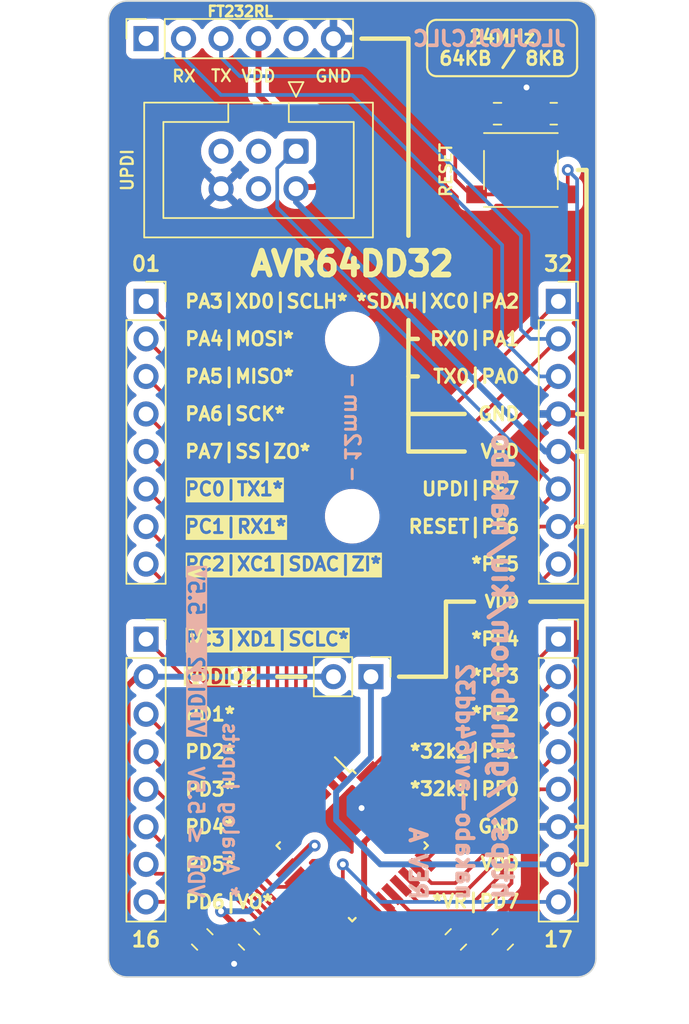
<source format=kicad_pcb>
(kicad_pcb (version 20221018) (generator pcbnew)
  (layers (0 "F.Cu" signal) (31 "B.Cu" signal) (34 "B.Paste" user) (35 "F.Paste" user) (36 "B.SilkS" user "B.Silkscreen") (37 "F.SilkS" user "F.Silkscreen") (38 "B.Mask" user) (39 "F.Mask" user) (44 "Edge.Cuts" user))
  (net 0 "")
  (net 1 "VCC")
  (net 2 "GND")
  (net 3 "PF6_RESET")
  (net 4 "PA3")
  (net 5 "PA4")
  (net 6 "PA5")
  (net 7 "PA6")
  (net 8 "PA7")
  (net 9 "PC0")
  (net 10 "PC1")
  (net 11 "PC2")
  (net 12 "PC3")
  (net 13 "VDDIO2")
  (net 14 "PD1")
  (net 15 "PD2")
  (net 16 "PD3")
  (net 17 "PD4")
  (net 18 "PD5")
  (net 19 "PD6")
  (net 20 "PD7")
  (net 21 "PF0")
  (net 22 "PF1")
  (net 23 "PF2")
  (net 24 "PF3")
  (net 25 "PF4")
  (net 26 "PF5")
  (net 27 "PA0")
  (net 28 "PA1")
  (net 29 "PA2")
  (net 30 "PF7_UPDI")
  (net 32 "Net-(R1-Pad2)")
  (footprint "Connector_PinSocket_2.54mm:PinSocket_1x08_P2.54mm_Vertical" (layer "F.Cu") (at 134.62 96.52)
    (fp_text reference "J1" hide)
    (fp_text value "Conn_01x08")
    (fp_line (start -1.33 1.27) (end -1.33 19.11) (stroke (width 0.12)) (layer "F.SilkS"))
    (fp_line (start -1.33 1.27) (end 1.33 1.27) (stroke (width 0.12)) (layer "F.SilkS"))
    (fp_line (start -1.33 19.11) (end 1.33 19.11) (stroke (width 0.12)) (layer "F.SilkS"))
    (fp_line (start 0 -1.33) (end 1.33 -1.33) (stroke (width 0.12)) (layer "F.SilkS"))
    (fp_line (start 1.33 -1.33) (end 1.33 0) (stroke (width 0.12)) (layer "F.SilkS"))
    (fp_line (start 1.33 1.27) (end 1.33 19.11) (stroke (width 0.12)) (layer "F.SilkS"))
    (pad "1" thru_hole rect (at 0 0) (size 1.7 1.7) (drill 1) (layers "*.Cu" "*.Mask") (net 4 "PA3"))
    (pad "2" thru_hole oval (at 0 2.54) (size 1.7 1.7) (drill 1) (layers "*.Cu" "*.Mask") (net 5 "PA4"))
    (pad "3" thru_hole oval (at 0 5.08) (size 1.7 1.7) (drill 1) (layers "*.Cu" "*.Mask") (net 6 "PA5"))
    (pad "4" thru_hole oval (at 0 7.62) (size 1.7 1.7) (drill 1) (layers "*.Cu" "*.Mask") (net 7 "PA6"))
    (pad "5" thru_hole oval (at 0 10.16) (size 1.7 1.7) (drill 1) (layers "*.Cu" "*.Mask") (net 8 "PA7"))
    (pad "6" thru_hole oval (at 0 12.7) (size 1.7 1.7) (drill 1) (layers "*.Cu" "*.Mask") (net 9 "PC0"))
    (pad "7" thru_hole oval (at 0 15.24) (size 1.7 1.7) (drill 1) (layers "*.Cu" "*.Mask") (net 10 "PC1"))
    (pad "8" thru_hole oval (at 0 17.78) (size 1.7 1.7) (drill 1) (layers "*.Cu" "*.Mask") (net 11 "PC2"))
  )
  (footprint "Connector_IDC:IDC-Header_2x03_P2.54mm_Vertical" (layer "F.Cu") (at 144.785 86.36 -90)
    (fp_text reference "J5" hide)
    (fp_text value "AVR-UPDI-6")
    (fp_line (start -4.68 -0.5) (end -4.68 0.5) (stroke (width 0.12)) (layer "F.SilkS"))
    (fp_line (start -4.68 0.5) (end -3.68 0) (stroke (width 0.12)) (layer "F.SilkS"))
    (fp_line (start -3.68 0) (end -4.68 -0.5) (stroke (width 0.12)) (layer "F.SilkS"))
    (fp_line (start -3.29 -5.21) (end 5.83 -5.21) (stroke (width 0.12)) (layer "F.SilkS"))
    (fp_line (start -3.29 0.49) (end -1.98 0.49) (stroke (width 0.12)) (layer "F.SilkS"))
    (fp_line (start -3.29 10.29) (end -3.29 -5.21) (stroke (width 0.12)) (layer "F.SilkS"))
    (fp_line (start -1.98 -3.91) (end 4.52 -3.91) (stroke (width 0.12)) (layer "F.SilkS"))
    (fp_line (start -1.98 0.49) (end -1.98 -3.91) (stroke (width 0.12)) (layer "F.SilkS"))
    (fp_line (start -1.98 4.59) (end -3.29 4.59) (stroke (width 0.12)) (layer "F.SilkS"))
    (fp_line (start -1.98 4.59) (end -1.98 4.59) (stroke (width 0.12)) (layer "F.SilkS"))
    (fp_line (start -1.98 8.99) (end -1.98 4.59) (stroke (width 0.12)) (layer "F.SilkS"))
    (fp_line (start 4.52 -3.91) (end 4.52 8.99) (stroke (width 0.12)) (layer "F.SilkS"))
    (fp_line (start 4.52 8.99) (end -1.98 8.99) (stroke (width 0.12)) (layer "F.SilkS"))
    (fp_line (start 5.83 -5.21) (end 5.83 10.29) (stroke (width 0.12)) (layer "F.SilkS"))
    (fp_line (start 5.83 10.29) (end -3.29 10.29) (stroke (width 0.12)) (layer "F.SilkS"))
    (pad "1" thru_hole roundrect (at 0 0 270) (size 1.7 1.7) (drill 1) (layers "*.Cu" "*.Mask") (roundrect_rratio 0.1470588235) (net 30 "PF7_UPDI"))
    (pad "2" thru_hole circle (at 2.54 0 270) (size 1.7 1.7) (drill 1) (layers "*.Cu" "*.Mask") (net 1 "VCC"))
    (pad "3" thru_hole circle (at 0 2.54 270) (size 1.7 1.7) (drill 1) (layers "*.Cu" "*.Mask"))
    (pad "4" thru_hole circle (at 2.54 2.54 270) (size 1.7 1.7) (drill 1) (layers "*.Cu" "*.Mask"))
    (pad "5" thru_hole circle (at 0 5.08 270) (size 1.7 1.7) (drill 1) (layers "*.Cu" "*.Mask"))
    (pad "6" thru_hole circle (at 2.54 5.08 270) (size 1.7 1.7) (drill 1) (layers "*.Cu" "*.Mask") (net 2 "GND"))
  )
  (footprint "Capacitor_SMD:C_0805_2012Metric" (layer "F.Cu") (at 158.786751 139.7 45)
    (fp_text reference "C2" hide)
    (fp_text value "100nF")
    (fp_line (start -0.261252 -0.735) (end 0.261252 -0.735) (stroke (width 0.12)) (layer "F.SilkS"))
    (fp_line (start -0.261252 0.735) (end 0.261252 0.735) (stroke (width 0.12)) (layer "F.SilkS"))
    (pad "1" smd roundrect (at -0.95 0 45) (size 1 1.45) (layers "F.Cu" "F.Paste" "F.Mask") (net 1 "VCC"))
    (pad "2" smd roundrect (at 0.95 0 45) (size 1 1.45) (layers "F.Cu" "F.Paste" "F.Mask") (net 2 "GND"))
  )
  (footprint "Capacitor_SMD:C_0805_2012Metric" (layer "F.Cu") (at 158.435 83.82)
    (fp_text reference "C5" hide)
    (fp_text value "100nF")
    (fp_line (start -0.261252 -0.735) (end 0.261252 -0.735) (stroke (width 0.12)) (layer "F.SilkS"))
    (fp_line (start -0.261252 0.735) (end 0.261252 0.735) (stroke (width 0.12)) (layer "F.SilkS"))
    (pad "1" smd roundrect (at -0.95 0) (size 1 1.45) (layers "F.Cu" "F.Paste" "F.Mask") (net 3 "PF6_RESET"))
    (pad "2" smd roundrect (at 0.95 0) (size 1 1.45) (layers "F.Cu" "F.Paste" "F.Mask") (net 2 "GND"))
  )
  (footprint "MountingHole:MountingHole_3.2mm_M3_DIN965" (layer "F.Cu") (at 148.59 99.06)
    (fp_text reference "H1" hide)
    (fp_text value "MountingHole")
    (pad "" np_thru_hole circle (at 0 0) (size 3.2 3.2) (drill 3.2) (layers "*.Cu" "*.Mask"))
  )
  (footprint "Connector_PinSocket_2.54mm:PinSocket_1x08_P2.54mm_Vertical" (layer "F.Cu") (at 162.56 119.38)
    (fp_text reference "J4" hide)
    (fp_text value "Conn_01x08")
    (fp_line (start -1.33 1.27) (end -1.33 19.11) (stroke (width 0.12)) (layer "F.SilkS"))
    (fp_line (start -1.33 1.27) (end 1.33 1.27) (stroke (width 0.12)) (layer "F.SilkS"))
    (fp_line (start -1.33 19.11) (end 1.33 19.11) (stroke (width 0.12)) (layer "F.SilkS"))
    (fp_line (start 0 -1.33) (end 1.33 -1.33) (stroke (width 0.12)) (layer "F.SilkS"))
    (fp_line (start 1.33 -1.33) (end 1.33 0) (stroke (width 0.12)) (layer "F.SilkS"))
    (fp_line (start 1.33 1.27) (end 1.33 19.11) (stroke (width 0.12)) (layer "F.SilkS"))
    (pad "1" thru_hole rect (at 0 0) (size 1.7 1.7) (drill 1) (layers "*.Cu" "*.Mask") (net 25 "PF4"))
    (pad "2" thru_hole oval (at 0 2.54) (size 1.7 1.7) (drill 1) (layers "*.Cu" "*.Mask") (net 24 "PF3"))
    (pad "3" thru_hole oval (at 0 5.08) (size 1.7 1.7) (drill 1) (layers "*.Cu" "*.Mask") (net 23 "PF2"))
    (pad "4" thru_hole oval (at 0 7.62) (size 1.7 1.7) (drill 1) (layers "*.Cu" "*.Mask") (net 22 "PF1"))
    (pad "5" thru_hole oval (at 0 10.16) (size 1.7 1.7) (drill 1) (layers "*.Cu" "*.Mask") (net 21 "PF0"))
    (pad "6" thru_hole oval (at 0 12.7) (size 1.7 1.7) (drill 1) (layers "*.Cu" "*.Mask") (net 2 "GND"))
    (pad "7" thru_hole oval (at 0 15.24) (size 1.7 1.7) (drill 1) (layers "*.Cu" "*.Mask") (net 1 "VCC"))
    (pad "8" thru_hole oval (at 0 17.78) (size 1.7 1.7) (drill 1) (layers "*.Cu" "*.Mask") (net 20 "PD7"))
  )
  (footprint "Capacitor_SMD:C_0805_2012Metric" (layer "F.Cu") (at 138.43 139.7 -45)
    (fp_text reference "C4" hide)
    (fp_text value "100nF")
    (fp_line (start -0.261252 -0.735) (end 0.261252 -0.735) (stroke (width 0.12)) (layer "F.SilkS"))
    (fp_line (start -0.261252 0.735) (end 0.261252 0.735) (stroke (width 0.12)) (layer "F.SilkS"))
    (pad "1" smd roundrect (at -0.95 0 315) (size 1 1.45) (layers "F.Cu" "F.Paste" "F.Mask") (net 13 "VDDIO2"))
    (pad "2" smd roundrect (at 0.95 0 315) (size 1 1.45) (layers "F.Cu" "F.Paste" "F.Mask") (net 2 "GND"))
  )
  (footprint "Capacitor_SMD:C_0805_2012Metric" (layer "F.Cu") (at 141.605 139.7 -45)
    (fp_text reference "C3" hide)
    (fp_text value "10nF")
    (fp_line (start -0.261252 -0.735) (end 0.261252 -0.735) (stroke (width 0.12)) (layer "F.SilkS"))
    (fp_line (start -0.261252 0.735) (end 0.261252 0.735) (stroke (width 0.12)) (layer "F.SilkS"))
    (pad "1" smd roundrect (at -0.95 0 315) (size 1 1.45) (layers "F.Cu" "F.Paste" "F.Mask") (net 13 "VDDIO2"))
    (pad "2" smd roundrect (at 0.95 0 315) (size 1 1.45) (layers "F.Cu" "F.Paste" "F.Mask") (net 2 "GND"))
  )
  (footprint "Package_QFP:TQFP-32_7x7mm_P0.8mm" (layer "F.Cu") (at 148.59 133.35 -45)
    (fp_text reference "U1" hide)
    (fp_text value "AVR64DD32")
    (fp_line (start -3.625 -3.625) (end -3.625 -3.4) (stroke (width 0.15)) (layer "F.SilkS"))
    (fp_line (start -3.625 -3.625) (end -3.3 -3.625) (stroke (width 0.15)) (layer "F.SilkS"))
    (fp_line (start -3.625 -3.4) (end -5.05 -3.4) (stroke (width 0.15)) (layer "F.SilkS"))
    (fp_line (start -3.625 3.625) (end -3.625 3.3) (stroke (width 0.15)) (layer "F.SilkS"))
    (fp_line (start -3.625 3.625) (end -3.3 3.625) (stroke (width 0.15)) (layer "F.SilkS"))
    (fp_line (start 3.625 -3.625) (end 3.3 -3.625) (stroke (width 0.15)) (layer "F.SilkS"))
    (fp_line (start 3.625 -3.625) (end 3.625 -3.3) (stroke (width 0.15)) (layer "F.SilkS"))
    (fp_line (start 3.625 3.625) (end 3.3 3.625) (stroke (width 0.15)) (layer "F.SilkS"))
    (fp_line (start 3.625 3.625) (end 3.625 3.3) (stroke (width 0.15)) (layer "F.SilkS"))
    (pad "1" smd rect (at -4.25 -2.8 315) (size 1.6 0.55) (layers "F.Cu" "F.Paste" "F.Mask") (net 4 "PA3"))
    (pad "2" smd rect (at -4.25 -2 315) (size 1.6 0.55) (layers "F.Cu" "F.Paste" "F.Mask") (net 5 "PA4"))
    (pad "3" smd rect (at -4.25 -1.2 315) (size 1.6 0.55) (layers "F.Cu" "F.Paste" "F.Mask") (net 6 "PA5"))
    (pad "4" smd rect (at -4.25 -0.4 315) (size 1.6 0.55) (layers "F.Cu" "F.Paste" "F.Mask") (net 7 "PA6"))
    (pad "5" smd rect (at -4.25 0.4 315) (size 1.6 0.55) (layers "F.Cu" "F.Paste" "F.Mask") (net 8 "PA7"))
    (pad "6" smd rect (at -4.25 1.2 315) (size 1.6 0.55) (layers "F.Cu" "F.Paste" "F.Mask") (net 9 "PC0"))
    (pad "7" smd rect (at -4.25 2 315) (size 1.6 0.55) (layers "F.Cu" "F.Paste" "F.Mask") (net 10 "PC1"))
    (pad "8" smd rect (at -4.25 2.8 315) (size 1.6 0.55) (layers "F.Cu" "F.Paste" "F.Mask") (net 11 "PC2"))
    (pad "9" smd rect (at -2.8 4.25 45) (size 1.6 0.55) (layers "F.Cu" "F.Paste" "F.Mask") (net 12 "PC3"))
    (pad "10" smd rect (at -2 4.25 45) (size 1.6 0.55) (layers "F.Cu" "F.Paste" "F.Mask") (net 13 "VDDIO2"))
    (pad "11" smd rect (at -1.2 4.25 45) (size 1.6 0.55) (layers "F.Cu" "F.Paste" "F.Mask") (net 14 "PD1"))
    (pad "12" smd rect (at -0.4 4.25 45) (size 1.6 0.55) (layers "F.Cu" "F.Paste" "F.Mask") (net 15 "PD2"))
    (pad "13" smd rect (at 0.4 4.25 45) (size 1.6 0.55) (layers "F.Cu" "F.Paste" "F.Mask") (net 16 "PD3"))
    (pad "14" smd rect (at 1.2 4.25 45) (size 1.6 0.55) (layers "F.Cu" "F.Paste" "F.Mask") (net 17 "PD4"))
    (pad "15" smd rect (at 2 4.25 45) (size 1.6 0.55) (layers "F.Cu" "F.Paste" "F.Mask") (net 18 "PD5"))
    (pad "16" smd rect (at 2.8 4.25 45) (size 1.6 0.55) (layers "F.Cu" "F.Paste" "F.Mask") (net 19 "PD6"))
    (pad "17" smd rect (at 4.25 2.8 315) (size 1.6 0.55) (layers "F.Cu" "F.Paste" "F.Mask") (net 20 "PD7"))
    (pad "18" smd rect (at 4.25 2 315) (size 1.6 0.55) (layers "F.Cu" "F.Paste" "F.Mask") (net 1 "VCC"))
    (pad "19" smd rect (at 4.25 1.2 315) (size 1.6 0.55) (layers "F.Cu" "F.Paste" "F.Mask") (net 2 "GND"))
    (pad "20" smd rect (at 4.25 0.4 315) (size 1.6 0.55) (layers "F.Cu" "F.Paste" "F.Mask") (net 21 "PF0"))
    (pad "21" smd rect (at 4.25 -0.4 315) (size 1.6 0.55) (layers "F.Cu" "F.Paste" "F.Mask") (net 22 "PF1"))
    (pad "22" smd rect (at 4.25 -1.2 315) (size 1.6 0.55) (layers "F.Cu" "F.Paste" "F.Mask") (net 23 "PF2"))
    (pad "23" smd rect (at 4.25 -2 315) (size 1.6 0.55) (layers "F.Cu" "F.Paste" "F.Mask") (net 24 "PF3"))
    (pad "24" smd rect (at 4.25 -2.8 315) (size 1.6 0.55) (layers "F.Cu" "F.Paste" "F.Mask") (net 25 "PF4"))
    (pad "25" smd rect (at 2.8 -4.25 45) (size 1.6 0.55) (layers "F.Cu" "F.Paste" "F.Mask") (net 26 "PF5"))
    (pad "26" smd rect (at 2 -4.25 45) (size 1.6 0.55) (layers "F.Cu" "F.Paste" "F.Mask") (net 3 "PF6_RESET"))
    (pad "27" smd rect (at 1.2 -4.25 45) (size 1.6 0.55) (layers "F.Cu" "F.Paste" "F.Mask") (net 30 "PF7_UPDI"))
    (pad "28" smd rect (at 0.4 -4.25 45) (size 1.6 0.55) (layers "F.Cu" "F.Paste" "F.Mask") (net 1 "VCC"))
    (pad "29" smd rect (at -0.4 -4.25 45) (size 1.6 0.55) (layers "F.Cu" "F.Paste" "F.Mask") (net 2 "GND"))
    (pad "30" smd rect (at -1.2 -4.25 45) (size 1.6 0.55) (layers "F.Cu" "F.Paste" "F.Mask") (net 27 "PA0"))
    (pad "31" smd rect (at -2 -4.25 45) (size 1.6 0.55) (layers "F.Cu" "F.Paste" "F.Mask") (net 28 "PA1"))
    (pad "32" smd rect (at -2.8 -4.25 45) (size 1.6 0.55) (layers "F.Cu" "F.Paste" "F.Mask") (net 29 "PA2"))
  )
  (footprint "MountingHole:MountingHole_3.2mm_M3_DIN965" (layer "F.Cu") (at 148.59 111.06)
    (fp_text reference "H2" hide)
    (fp_text value "MountingHole")
    (pad "" np_thru_hole circle (at 0 0) (size 3.2 3.2) (drill 3.2) (layers "*.Cu" "*.Mask"))
  )
  (footprint "Capacitor_SMD:C_0805_2012Metric" (layer "F.Cu") (at 155.611751 139.7 45)
    (fp_text reference "C1" hide)
    (fp_text value "10nF")
    (fp_line (start -0.261252 -0.735) (end 0.261252 -0.735) (stroke (width 0.12)) (layer "F.SilkS"))
    (fp_line (start -0.261252 0.735) (end 0.261252 0.735) (stroke (width 0.12)) (layer "F.SilkS"))
    (pad "1" smd roundrect (at -0.95 0 45) (size 1 1.45) (layers "F.Cu" "F.Paste" "F.Mask") (net 1 "VCC"))
    (pad "2" smd roundrect (at 0.95 0 45) (size 1 1.45) (layers "F.Cu" "F.Paste" "F.Mask") (net 2 "GND"))
  )
  (footprint "Connector_PinSocket_2.54mm:PinSocket_1x08_P2.54mm_Vertical" (layer "F.Cu") (at 134.62 119.38)
    (fp_text reference "J3" hide)
    (fp_text value "Conn_01x08")
    (fp_line (start -1.33 1.27) (end -1.33 19.11) (stroke (width 0.12)) (layer "F.SilkS"))
    (fp_line (start -1.33 1.27) (end 1.33 1.27) (stroke (width 0.12)) (layer "F.SilkS"))
    (fp_line (start -1.33 19.11) (end 1.33 19.11) (stroke (width 0.12)) (layer "F.SilkS"))
    (fp_line (start 0 -1.33) (end 1.33 -1.33) (stroke (width 0.12)) (layer "F.SilkS"))
    (fp_line (start 1.33 -1.33) (end 1.33 0) (stroke (width 0.12)) (layer "F.SilkS"))
    (fp_line (start 1.33 1.27) (end 1.33 19.11) (stroke (width 0.12)) (layer "F.SilkS"))
    (pad "1" thru_hole rect (at 0 0) (size 1.7 1.7) (drill 1) (layers "*.Cu" "*.Mask") (net 12 "PC3"))
    (pad "2" thru_hole oval (at 0 2.54) (size 1.7 1.7) (drill 1) (layers "*.Cu" "*.Mask") (net 13 "VDDIO2"))
    (pad "3" thru_hole oval (at 0 5.08) (size 1.7 1.7) (drill 1) (layers "*.Cu" "*.Mask") (net 14 "PD1"))
    (pad "4" thru_hole oval (at 0 7.62) (size 1.7 1.7) (drill 1) (layers "*.Cu" "*.Mask") (net 15 "PD2"))
    (pad "5" thru_hole oval (at 0 10.16) (size 1.7 1.7) (drill 1) (layers "*.Cu" "*.Mask") (net 16 "PD3"))
    (pad "6" thru_hole oval (at 0 12.7) (size 1.7 1.7) (drill 1) (layers "*.Cu" "*.Mask") (net 17 "PD4"))
    (pad "7" thru_hole oval (at 0 15.24) (size 1.7 1.7) (drill 1) (layers "*.Cu" "*.Mask") (net 18 "PD5"))
    (pad "8" thru_hole oval (at 0 17.78) (size 1.7 1.7) (drill 1) (layers "*.Cu" "*.Mask") (net 19 "PD6"))
  )
  (footprint "kiu:SW_Push_1P1T_NO_4.5x4.5mm" (layer "F.Cu") (at 160.02 87.63 180)
    (fp_text reference "SW1" hide)
    (fp_text value "SW_Push")
    (fp_line (start -2.5 -2.5) (end 2.5 -2.5) (stroke (width 0.12)) (layer "F.SilkS"))
    (fp_line (start -2.5 -1.3) (end -2.5 1.3) (stroke (width 0.12)) (layer "F.SilkS"))
    (fp_line (start -2.5 2.5) (end 2.5 2.5) (stroke (width 0.12)) (layer "F.SilkS"))
    (fp_line (start 2.5 -1.3) (end 2.5 1.3) (stroke (width 0.12)) (layer "F.SilkS"))
    (pad "1" smd rect (at -3 -1.65 180) (size 1.4 1.2) (layers "F.Cu" "F.Paste" "F.Mask") (net 3 "PF6_RESET"))
    (pad "1" smd rect (at 3 -1.65 180) (size 1.4 1.2) (layers "F.Cu" "F.Paste" "F.Mask") (net 3 "PF6_RESET"))
    (pad "2" smd rect (at -3 1.65 180) (size 1.4 1.2) (layers "F.Cu" "F.Paste" "F.Mask") (net 32 "Net-(R1-Pad2)"))
    (pad "2" smd rect (at 3 1.65 180) (size 1.4 1.2) (layers "F.Cu" "F.Paste" "F.Mask") (net 32 "Net-(R1-Pad2)"))
  )
  (footprint "Connector_PinSocket_2.54mm:PinSocket_1x06_P2.54mm_Vertical" (layer "F.Cu") (at 134.62 78.74 90)
    (fp_text reference "J6" hide)
    (fp_text value "Conn_01x06")
    (fp_line (start -1.33 1.27) (end -1.33 14.03) (stroke (width 0.12)) (layer "F.SilkS"))
    (fp_line (start -1.33 1.27) (end 1.33 1.27) (stroke (width 0.12)) (layer "F.SilkS"))
    (fp_line (start -1.33 14.03) (end 1.33 14.03) (stroke (width 0.12)) (layer "F.SilkS"))
    (fp_line (start 0 -1.33) (end 1.33 -1.33) (stroke (width 0.12)) (layer "F.SilkS"))
    (fp_line (start 1.33 -1.33) (end 1.33 0) (stroke (width 0.12)) (layer "F.SilkS"))
    (fp_line (start 1.33 1.27) (end 1.33 14.03) (stroke (width 0.12)) (layer "F.SilkS"))
    (pad "1" thru_hole rect (at 0 0 90) (size 1.7 1.7) (drill 1) (layers "*.Cu" "*.Mask"))
    (pad "2" thru_hole oval (at 0 2.54 90) (size 1.7 1.7) (drill 1) (layers "*.Cu" "*.Mask") (net 27 "PA0"))
    (pad "3" thru_hole oval (at 0 5.08 90) (size 1.7 1.7) (drill 1) (layers "*.Cu" "*.Mask") (net 28 "PA1"))
    (pad "4" thru_hole oval (at 0 7.62 90) (size 1.7 1.7) (drill 1) (layers "*.Cu" "*.Mask") (net 1 "VCC"))
    (pad "5" thru_hole oval (at 0 10.16 90) (size 1.7 1.7) (drill 1) (layers "*.Cu" "*.Mask"))
    (pad "6" thru_hole oval (at 0 12.7 90) (size 1.7 1.7) (drill 1) (layers "*.Cu" "*.Mask") (net 2 "GND"))
  )
  (footprint "Connector_PinSocket_2.54mm:PinSocket_1x08_P2.54mm_Vertical" (layer "F.Cu") (at 162.56 96.52)
    (fp_text reference "J2" hide)
    (fp_text value "Conn_01x08")
    (fp_line (start -1.33 1.27) (end -1.33 19.11) (stroke (width 0.12)) (layer "F.SilkS"))
    (fp_line (start -1.33 1.27) (end 1.33 1.27) (stroke (width 0.12)) (layer "F.SilkS"))
    (fp_line (start -1.33 19.11) (end 1.33 19.11) (stroke (width 0.12)) (layer "F.SilkS"))
    (fp_line (start 0 -1.33) (end 1.33 -1.33) (stroke (width 0.12)) (layer "F.SilkS"))
    (fp_line (start 1.33 -1.33) (end 1.33 0) (stroke (width 0.12)) (layer "F.SilkS"))
    (fp_line (start 1.33 1.27) (end 1.33 19.11) (stroke (width 0.12)) (layer "F.SilkS"))
    (pad "1" thru_hole rect (at 0 0) (size 1.7 1.7) (drill 1) (layers "*.Cu" "*.Mask") (net 29 "PA2"))
    (pad "2" thru_hole oval (at 0 2.54) (size 1.7 1.7) (drill 1) (layers "*.Cu" "*.Mask") (net 28 "PA1"))
    (pad "3" thru_hole oval (at 0 5.08) (size 1.7 1.7) (drill 1) (layers "*.Cu" "*.Mask") (net 27 "PA0"))
    (pad "4" thru_hole oval (at 0 7.62) (size 1.7 1.7) (drill 1) (layers "*.Cu" "*.Mask") (net 2 "GND"))
    (pad "5" thru_hole oval (at 0 10.16) (size 1.7 1.7) (drill 1) (layers "*.Cu" "*.Mask") (net 1 "VCC"))
    (pad "6" thru_hole oval (at 0 12.7) (size 1.7 1.7) (drill 1) (layers "*.Cu" "*.Mask") (net 30 "PF7_UPDI"))
    (pad "7" thru_hole oval (at 0 15.24) (size 1.7 1.7) (drill 1) (layers "*.Cu" "*.Mask") (net 3 "PF6_RESET"))
    (pad "8" thru_hole oval (at 0 17.78) (size 1.7 1.7) (drill 1) (layers "*.Cu" "*.Mask") (net 26 "PF5"))
  )
  (footprint "Resistor_SMD:R_0805_2012Metric" (layer "F.Cu") (at 162.245 83.82)
    (fp_text reference "R1" hide)
    (fp_text value "330R")
    (fp_line (start -0.227064 -0.735) (end 0.227064 -0.735) (stroke (width 0.12)) (layer "F.SilkS"))
    (fp_line (start -0.227064 0.735) (end 0.227064 0.735) (stroke (width 0.12)) (layer "F.SilkS"))
    (pad "1" smd roundrect (at -0.9125 0) (size 1.025 1.4) (layers "F.Cu" "F.Paste" "F.Mask") (roundrect_rratio 0.243902439) (net 2 "GND"))
    (pad "2" smd roundrect (at 0.9125 0) (size 1.025 1.4) (layers "F.Cu" "F.Paste" "F.Mask") (roundrect_rratio 0.243902439) (net 32 "Net-(R1-Pad2)"))
  )
  (footprint "Connector_PinHeader_2.54mm:PinHeader_1x02_P2.54mm_Vertical" (layer "F.Cu") (at 149.86 121.92 -90)
    (fp_text reference "J7" hide)
    (fp_text value "1x02_Jumper")
    (fp_line (start -1.33 -1.33) (end 0 -1.33) (stroke (width 0.12)) (layer "F.SilkS"))
    (fp_line (start -1.33 0) (end -1.33 -1.33) (stroke (width 0.12)) (layer "F.SilkS"))
    (fp_line (start -1.33 1.27) (end -1.33 3.87) (stroke (width 0.12)) (layer "F.SilkS"))
    (fp_line (start -1.33 1.27) (end 1.33 1.27) (stroke (width 0.12)) (layer "F.SilkS"))
    (fp_line (start -1.33 3.87) (end 1.33 3.87) (stroke (width 0.12)) (layer "F.SilkS"))
    (fp_line (start 1.33 1.27) (end 1.33 3.87) (stroke (width 0.12)) (layer "F.SilkS"))
    (pad "1" thru_hole rect (at 0 0 270) (size 1.7 1.7) (drill 1) (layers "*.Cu" "*.Mask") (net 1 "VCC"))
    (pad "2" thru_hole oval (at 0 2.54 270) (size 1.7 1.7) (drill 1) (layers "*.Cu" "*.Mask") (net 13 "VDDIO2"))
  )
  (gr_line (start 148.59 107.8865) (end 148.59 108.5215) (stroke (width 0.2)) (layer "B.SilkS"))
  (gr_line (start 148.59 101.5365) (end 148.59 102.1715) (stroke (width 0.2)) (layer "B.SilkS"))
  (gr_line (start 152.4 101.6) (end 153.035 101.6) (stroke (width 0.3)) (layer "F.SilkS"))
  (gr_line (start 145.415 121.92) (end 143.51 121.92) (stroke (width 0.3)) (layer "F.SilkS"))
  (gr_arc (start 154.305 81.28) (mid 153.855987 81.094013) (end 153.67 80.645) (stroke (width 0.15)) (layer "F.SilkS"))
  (gr_line (start 154.94 116.84) (end 156.845 116.84) (stroke (width 0.3)) (layer "F.SilkS"))
  (gr_line (start 151.765 121.92) (end 154.94 121.92) (stroke (width 0.3)) (layer "F.SilkS"))
  (gr_line (start 164.465 132.08) (end 163.83 132.08) (stroke (width 0.3)) (layer "F.SilkS"))
  (gr_line (start 163.83 106.68) (end 164.465 106.68) (stroke (width 0.3)) (layer "F.SilkS"))
  (gr_line (start 164.465 104.14) (end 163.83 104.14) (stroke (width 0.3)) (layer "F.SilkS"))
  (gr_arc (start 153.67 78.105) (mid 153.855987 77.655987) (end 154.305 77.47) (stroke (width 0.15)) (layer "F.SilkS"))
  (gr_line (start 152.4 99.06) (end 152.4 101.6) (stroke (width 0.3)) (layer "F.SilkS"))
  (gr_line (start 163.83 78.105) (end 163.83 80.645) (stroke (width 0.15)) (layer "F.SilkS"))
  (gr_line (start 160.655 116.84) (end 164.465 116.84) (stroke (width 0.3)) (layer "F.SilkS"))
  (gr_line (start 152.4 104.14) (end 156.21 104.14) (stroke (width 0.3)) (layer "F.SilkS"))
  (gr_line (start 154.305 77.47) (end 163.195 77.47) (stroke (width 0.15)) (layer "F.SilkS"))
  (gr_arc (start 163.83 80.645) (mid 163.644013 81.094013) (end 163.195 81.28) (stroke (width 0.15)) (layer "F.SilkS"))
  (gr_line (start 164.465 87.63) (end 163.885 87.63) (stroke (width 0.3)) (layer "F.SilkS"))
  (gr_line (start 152.4 106.68) (end 156.21 106.68) (stroke (width 0.3)) (layer "F.SilkS"))
  (gr_line (start 164.465 106.68) (end 164.465 104.14) (stroke (width 0.3)) (layer "F.SilkS"))
  (gr_line (start 163.83 111.76) (end 164.465 111.76) (stroke (width 0.3)) (layer "F.SilkS"))
  (gr_line (start 152.4 101.6) (end 152.4 106.68) (stroke (width 0.3)) (layer "F.SilkS"))
  (gr_line (start 152.4 99.06) (end 152.4 97.79) (stroke (width 0.3)) (layer "F.SilkS"))
  (gr_line (start 149.225 78.74) (end 152.4 78.74) (stroke (width 0.3)) (layer "F.SilkS"))
  (gr_line (start 164.465 106.68) (end 164.465 134.62) (stroke (width 0.3)) (layer "F.SilkS"))
  (gr_line (start 164.465 134.62) (end 163.83 134.62) (stroke (width 0.3)) (layer "F.SilkS"))
  (gr_line (start 164.465 104.14) (end 164.465 87.63) (stroke (width 0.3)) (layer "F.SilkS"))
  (gr_arc (start 163.195 77.47) (mid 163.644013 77.655987) (end 163.83 78.105) (stroke (width 0.15)) (layer "F.SilkS"))
  (gr_line (start 152.4 92.075) (end 152.4 78.74) (stroke (width 0.3)) (layer "F.SilkS"))
  (gr_line (start 154.94 121.92) (end 154.94 116.84) (stroke (width 0.3)) (layer "F.SilkS"))
  (gr_line (start 163.195 81.28) (end 154.305 81.28) (stroke (width 0.15)) (layer "F.SilkS"))
  (gr_line (start 153.67 80.645) (end 153.67 78.105) (stroke (width 0.15)) (layer "F.SilkS"))
  (gr_line (start 153.035 99.06) (end 152.4 99.06) (stroke (width 0.3)) (layer "F.SilkS"))
  (gr_arc (start 165.1 140.97) (mid 164.728026 141.868026) (end 163.83 142.24) (stroke (width 0.1)) (layer "Edge.Cuts"))
  (gr_line (start 132.08 77.47) (end 132.08 140.969999) (stroke (width 0.1)) (layer "Edge.Cuts"))
  (gr_arc (start 133.35 142.239999) (mid 132.451975 141.868025) (end 132.08 140.969999) (stroke (width 0.1)) (layer "Edge.Cuts"))
  (gr_arc (start 163.83 76.2) (mid 164.728026 76.571974) (end 165.1 77.47) (stroke (width 0.1)) (layer "Edge.Cuts"))
  (gr_line (start 133.35 142.239999) (end 163.83 142.24) (stroke (width 0.1)) (layer "Edge.Cuts"))
  (gr_line (start 163.83 76.2) (end 133.35 76.2) (stroke (width 0.1)) (layer "Edge.Cuts"))
  (gr_line (start 165.1 140.97) (end 165.1 77.47) (stroke (width 0.1)) (layer "Edge.Cuts"))
  (gr_arc (start 132.08 77.47) (mid 132.451974 76.571974) (end 133.35 76.2) (stroke (width 0.1)) (layer "Edge.Cuts"))
  (gr_text "VDDIO2 ≤ 5.5V" (at 138 126 270) (layer "B.SilkS" knockout) (effects (font (size 1 1) (thickness 0.2)) (justify left mirror)))
  (gr_text "12mm" (at 148.59 105.029 270) (layer "B.SilkS") (effects (font (size 1 1) (thickness 0.2) bold) (justify mirror)))
  (gr_text "https://github.com/kiu/nakabo" (at 158.75 137.16 270) (layer "B.SilkS") (effects (font (size 1.3 1.3) (thickness 0.325)) (justify left mirror)))
  (gr_text "* Analog Inputs" (at 140.335 137 270) (layer "B.SilkS") (effects (font (size 1 1) (thickness 0.2)) (justify left mirror)))
  (gr_text "VDD ≤ 5.5V" (at 138 137 270) (layer "B.SilkS") (effects (font (size 1 1) (thickness 0.2)) (justify left mirror)))
  (gr_text "nakabo-avr64dd32" (at 156.21 137.16 270) (layer "B.SilkS") (effects (font (size 1.1 1.1) (thickness 0.275)) (justify left mirror)))
  (gr_text "JLCJLCJLCJLC" (at 163.195 78.74) (layer "B.SilkS") (effects (font (size 1 1) (thickness 0.25) bold) (justify left mirror)))
  (gr_text "REV A" (at 153.035 137.16 270) (layer "B.SilkS") (effects (font (size 1.1 1.1) (thickness 0.275)) (justify left mirror)))
  (gr_text "VDD" (at 142.24 81.28) (layer "F.SilkS") (effects (font (size 0.8 0.8))))
  (gr_text "PA3|XD0|SCLH*" (at 137.16 96.52) (layer "F.SilkS") (effects (font (size 0.9 0.9) (thickness 0.2)) (justify left)))
  (gr_text "24MHz\n64KB / 8KB\n" (at 158.75 78.105) (layer "F.SilkS") (effects (font (size 0.9 0.9) (thickness 0.2)) (justify top)))
  (gr_text "RX0|PA1" (at 160.02 99.06) (layer "F.SilkS") (effects (font (size 0.9 0.9) (thickness 0.2)) (justify right)))
  (gr_text "PC3|XD1|SCLC*" (at 137.16 119.38) (layer "F.SilkS" knockout) (effects (font (size 0.9 0.9) (thickness 0.2)) (justify left)))
  (gr_text "PD3*" (at 137.16 129.54) (layer "F.SilkS") (effects (font (size 0.9 0.9) (thickness 0.2)) (justify left)))
  (gr_text "VDD" (at 160.02 116.84) (layer "F.SilkS") (effects (font (size 0.8 0.8) (thickness 0.2)) (justify right)))
  (gr_text "*PF5" (at 160.02 114.3) (layer "F.SilkS") (effects (font (size 0.9 0.9) (thickness 0.2)) (justify right)))
  (gr_text "PD2*" (at 137.16 127) (layer "F.SilkS") (effects (font (size 0.9 0.9) (thickness 0.2)) (justify left)))
  (gr_text "17" (at 162.56 139.7) (layer "F.SilkS") (effects (font (size 1 1) (thickness 0.2))))
  (gr_text "RESET" (at 154.94 87.63 90) (layer "F.SilkS") (effects (font (size 0.8 0.8) (thickness 0.16) bold)))
  (gr_text "RX" (at 137.185 81.28) (layer "F.SilkS") (effects (font (size 0.8 0.8))))
  (gr_text "VDDIO2" (at 137.16 121.92) (layer "F.SilkS" knockout) (effects (font (size 0.9 0.9) (thickness 0.2)) (justify left)))
  (gr_text "*PF2" (at 160.02 124.43) (layer "F.SilkS") (effects (font (size 0.9 0.9) (thickness 0.2)) (justify right)))
  (gr_text "32" (at 162.56 93.98) (layer "F.SilkS") (effects (font (size 1 1) (thickness 0.2))))
  (gr_text "*VR|PD7" (at 160.02 137.13) (layer "F.SilkS") (effects (font (size 0.9 0.9) (thickness 0.2)) (justify right)))
  (gr_text "UPDI" (at 133.35 87.63 90) (layer "F.SilkS") (effects (font (size 0.8 0.8) (thickness 0.16) bold)))
  (gr_text "PC2|XC1|SDAC|ZI*" (at 137.16 114.3) (layer "F.SilkS" knockout) (effects (font (size 0.9 0.9) (thickness 0.2)) (justify left)))
  (gr_text "PA4|MOSI*" (at 137.16 99.06) (layer "F.SilkS") (effects (font (size 0.9 0.9) (thickness 0.2)) (justify left)))
  (gr_text "UPDI|PF7" (at 160.02 109.22) (layer "F.SilkS") (effects (font (size 0.9 0.9) (thickness 0.2)) (justify right)))
  (gr_text "01" (at 134.62 93.98) (layer "F.SilkS") (effects (font (size 1 1) (thickness 0.2))))
  (gr_text "TX" (at 139.725 81.255) (layer "F.SilkS") (effects (font (size 0.8 0.8))))
  (gr_text "AVR64DD32" (at 148.59 93.98) (layer "F.SilkS") (effects (font (size 1.6 1.6) (thickness 0.4))))
  (gr_text "GND" (at 160.02 132.05) (layer "F.SilkS") (effects (font (size 0.9 0.9) (thickness 0.2)) (justify right)))
  (gr_text "PD5*" (at 137.16 134.62) (layer "F.SilkS") (effects (font (size 0.9 0.9) (thickness 0.2)) (justify left)))
  (gr_text "PD6|VO*" (at 137.16 137.16) (layer "F.SilkS") (effects (font (size 0.9 0.9) (thickness 0.2)) (justify left)))
  (gr_text "*PF4" (at 160.02 119.38) (layer "F.SilkS") (effects (font (size 0.9 0.9) (thickness 0.2)) (justify right)))
  (gr_text "16" (at 134.62 139.7) (layer "F.SilkS") (effects (font (size 1 1) (thickness 0.2))))
  (gr_text "*SDAH|XC0|PA2" (at 160.02 96.52) (layer "F.SilkS") (effects (font (size 0.9 0.9) (thickness 0.2)) (justify right)))
  (gr_text "PA6|SCK*" (at 137.16 104.14) (layer "F.SilkS") (effects (font (size 0.9 0.9) (thickness 0.2)) (justify left)))
  (gr_text "TX0|PA0" (at 160.02 101.6) (layer "F.SilkS") (effects (font (size 0.9 0.9) (thickness 0.2)) (justify right)))
  (gr_text "PA5|MISO*" (at 137.16 101.6) (layer "F.SilkS") (effects (font (size 0.9 0.9) (thickness 0.2)) (justify left)))
  (gr_text "FT232RL" (at 141 76.9) (layer "F.SilkS") (effects (font (size 0.7 0.7) (thickness 0.175) bold)))
  (gr_text "VDD" (at 160.02 106.68) (layer "F.SilkS") (effects (font (size 0.9 0.9) (thickness 0.2)) (justify right)))
  (gr_text "GND" (at 160.02 104.14) (layer "F.SilkS") (effects (font (size 0.9 0.9) (thickness 0.2)) (justify right)))
  (gr_text "*32k1|PF0" (at 160.02 129.51) (layer "F.SilkS") (effects (font (size 0.9 0.9) (thickness 0.2)) (justify right)))
  (gr_text "VDD" (at 160.02 134.59) (layer "F.SilkS") (effects (font (size 0.9 0.9) (thickness 0.2)) (justify right)))
  (gr_text "PC0|TX1*" (at 137.16 109.22) (layer "F.SilkS" knockout) (effects (font (size 0.9 0.9) (thickness 0.2)) (justify left)))
  (gr_text "PD4*" (at 137.16 132.08) (layer "F.SilkS") (effects (font (size 0.9 0.9) (thickness 0.2)) (justify left)))
  (gr_text "PD1*" (at 137.16 124.46) (layer "F.SilkS") (effects (font (size 0.9 0.9) (thickness 0.2)) (justify left)))
  (gr_text "*32k2|PF1" (at 160.02 126.97) (layer "F.SilkS") (effects (font (size 0.9 0.9) (thickness 0.2)) (justify right)))
  (gr_text "PA7|SS|ZO*" (at 137.16 106.68) (layer "F.SilkS") (effects (font (size 0.9 0.9) (thickness 0.2)) (justify left)))
  (gr_text "PC1|RX1*" (at 137.16 111.76) (layer "F.SilkS" knockout) (effects (font (size 0.9 0.9) (thickness 0.2)) (justify left)))
  (gr_text "RESET|PF6" (at 160.02 111.76) (layer "F.SilkS") (effects (font (size 0.9 0.9) (thickness 0.2)) (justify right)))
  (gr_text "GND" (at 147.32 81.28) (layer "F.SilkS") (effects (font (size 0.8 0.8))))
  (gr_text "*PF3" (at 160.02 121.89) (layer "F.SilkS") (effects (font (size 0.9 0.9) (thickness 0.2)) (justify right)))
  (segment (start 149.398287 133.107399) (end 151.878047 130.627639) (width 0.4) (layer "F.Cu") (net 1))
  (segment (start 154.268249 140.371751) (end 157.443249 140.371751) (width 0.4) (layer "F.Cu") (net 1))
  (segment (start 146.685 84.455) (end 146.685 88.1475) (width 0.4) (layer "F.Cu") (net 1))
  (segment (start 143.51 83.82) (end 146.05 83.82) (width 0.4) (layer "F.Cu") (net 1))
  (segment (start 162.56 134.62) (end 163.195 134.62) (width 0.4) (layer "F.Cu") (net 1))
  (segment (start 163.81 134.005) (end 163.81 139.085) (width 0.4) (layer "F.Cu") (net 1))
  (segment (start 146.05 83.82) (end 146.685 84.455) (width 0.4) (layer "F.Cu") (net 1))
  (segment (start 146.05 88.7825) (end 144.785 88.7825) (width 0.4) (layer "F.Cu") (net 1))
  (segment (start 163.81 134.005) (end 163.81 107.295) (width 0.4) (layer "F.Cu") (net 1))
  (segment (start 152.783324 140.371751) (end 154.268249 140.371751) (width 0.4) (layer "F.Cu") (net 1))
  (segment (start 163.195 106.68) (end 162.56 106.68) (width 0.4) (layer "F.Cu") (net 1))
  (segment (start 163.81 139.085) (end 162.56 140.335) (width 0.4) (layer "F.Cu") (net 1))
  (segment (start 163.81 107.295) (end 163.195 106.68) (width 0.4) (layer "F.Cu") (net 1))
  (segment (start 157.48 140.335) (end 157.443249 140.371751) (width 0.4) (layer "F.Cu") (net 1))
  (segment (start 163.195 134.62) (end 163.81 134.005) (width 0.4) (layer "F.Cu") (net 1))
  (segment (start 146.685 88.1475) (end 146.05 88.7825) (width 0.4) (layer "F.Cu") (net 1))
  (segment (start 142.24 82.55) (end 143.51 83.82) (width 0.4) (layer "F.Cu") (net 1))
  (segment (start 142.24 78.74) (end 142.24 82.55) (width 0.4) (layer "F.Cu") (net 1))
  (segment (start 150.18099 137.769417) (end 152.783324 140.371751) (width 0.4) (layer "F.Cu") (net 1))
  (segment (start 162.56 140.335) (end 157.48 140.335) (width 0.4) (layer "F.Cu") (net 1))
  (segment (start 149.398287 136.986713) (end 149.398287 133.107399) (width 0.4) (layer "F.Cu") (net 1))
  (segment (start 150.18099 137.769417) (end 149.398287 136.986713) (width 0.4) (layer "F.Cu") (net 1))
  (segment (start 147.5 129.73) (end 147.5 131.625) (width 0.4) (layer "B.Cu") (net 1))
  (segment (start 149.86 127.37) (end 147.5 129.73) (width 0.4) (layer "B.Cu") (net 1))
  (segment (start 162.56 106.68) (end 161.671 106.68) (width 0.4) (layer "B.Cu") (net 1))
  (segment (start 161.671 106.68) (end 144.785 89.794) (width 0.4) (layer "B.Cu") (net 1))
  (segment (start 149.86 121.92) (end 149.86 127.37) (width 0.4) (layer "B.Cu") (net 1))
  (segment (start 147.5 131.625) (end 150.495 134.62) (width 0.4) (layer "B.Cu") (net 1))
  (segment (start 144.785 89.794) (end 144.785 88.9) (width 0.4) (layer "B.Cu") (net 1))
  (segment (start 150.495 134.62) (end 162.56 134.62) (width 0.4) (layer "B.Cu") (net 1))
  (segment (start 150.564314 130.81) (end 149.225 130.81) (width 0.4) (layer "F.Cu") (net 2))
  (segment (start 160.655 132.715) (end 160.655 138.43) (width 0.4) (layer "F.Cu") (net 2))
  (segment (start 153.924 127.450314) (end 151.312361 130.061953) (width 0.4) (layer "F.Cu") (net 2))
  (segment (start 150.746676 137.203732) (end 152.571193 139.028249) (width 0.4) (layer "F.Cu") (net 2))
  (segment (start 161.29 132.08) (end 162.56 132.08) (width 0.4) (layer "F.Cu") (net 2))
  (segment (start 160.056751 139.028249) (end 158.786751 139.028249) (width 0.4) (layer "F.Cu") (net 2))
  (segment (start 153.924 112.776) (end 153.924 127.450314) (width 0.4) (layer "F.Cu") (net 2))
  (segment (start 152.571193 139.028249) (end 155.611751 139.028249) (width 0.4) (layer "F.Cu") (net 2))
  (segment (start 161.29 132.08) (end 160.655 132.715) (width 0.4) (layer "F.Cu") (net 2))
  (segment (start 155.611751 139.028249) (end 158.786751 139.028249) (width 0.4) (layer "F.Cu") (net 2))
  (segment (start 151.312361 130.061953) (end 150.564314 130.81) (width 0.4) (layer "F.Cu") (net 2))
  (segment (start 162.56 104.14) (end 153.924 112.776) (width 0.4) (layer "F.Cu") (net 2))
  (segment (start 160.655 138.43) (end 160.056751 139.028249) (width 0.4) (layer "F.Cu") (net 2))
  (via (at 149.225 130.81) (size 0.8) (drill 0.4) (layers "F.Cu" "B.Cu") (net 2))
  (via (at 160.401 82.042) (size 0.8) (drill 0.4) (layers "F.Cu" "B.Cu") (net 2))
  (via (at 140.589 141.351) (size 0.8) (drill 0.4) (layers "F.Cu" "B.Cu") (net 2))
  (segment (start 150.495 132.08) (end 162.56 132.08) (width 0.4) (layer "B.Cu") (net 2))
  (segment (start 149.225 130.81) (end 150.495 132.08) (width 0.4) (layer "B.Cu") (net 2))
  (segment (start 155.575 88.265) (end 156.59 89.28) (width 0.25) (layer "F.Cu") (net 3))
  (segment (start 155.575 84.455) (end 155.575 88.265) (width 0.25) (layer "F.Cu") (net 3))
  (segment (start 156.21 83.82) (end 155.575 84.455) (width 0.25) (layer "F.Cu") (net 3))
  (segment (start 156.59 89.28) (end 157.02 89.28) (width 0.25) (layer "F.Cu") (net 3))
  (segment (start 157.02 89.28) (end 163.02 89.28) (width 0.25) (layer "F.Cu") (net 3))
  (segment (start 155.575 117.475) (end 155.575 129.193427) (width 0.25) (layer "F.Cu") (net 3))
  (segment (start 163.195 89.105) (end 163.02 89.28) (width 0.25) (layer "F.Cu") (net 3))
  (segment (start 157.485 83.82) (end 156.21 83.82) (width 0.25) (layer "F.Cu") (net 3))
  (segment (start 162.56 111.76) (end 161.29 111.76) (width 0.25) (layer "F.Cu") (net 3))
  (segment (start 163.195 87.63) (end 163.195 89.105) (width 0.25) (layer "F.Cu") (net 3))
  (segment (start 155.575 129.193427) (end 153.009417 131.75901) (width 0.25) (layer "F.Cu") (net 3))
  (segment (start 161.29 111.76) (end 155.575 117.475) (width 0.25) (layer "F.Cu") (net 3))
  (via (at 163.195 87.63) (size 0.8) (drill 0.4) (layers "F.Cu" "B.Cu") (net 3))
  (segment (start 163.83 111.125) (end 163.83 90.17) (width 0.25) (layer "B.Cu") (net 3))
  (segment (start 162.56 111.76) (end 163.195 111.76) (width 0.25) (layer "B.Cu") (net 3))
  (segment (start 163.195 111.76) (end 163.83 111.125) (width 0.25) (layer "B.Cu") (net 3))
  (segment (start 163.83 90.17) (end 163.83 88.265) (width 0.25) (layer "B.Cu") (net 3))
  (segment (start 163.83 88.265) (end 163.195 87.63) (width 0.25) (layer "B.Cu") (net 3))
  (segment (start 147.541897 128.364897) (end 147.564695 128.364897) (width 0.25) (layer "F.Cu") (net 4))
  (segment (start 145.415 126.238) (end 147.541897 128.364897) (width 0.25) (layer "F.Cu") (net 4))
  (segment (start 145.415 107.315) (end 145.415 126.238) (width 0.25) (layer "F.Cu") (net 4))
  (segment (start 134.62 96.52) (end 145.415 107.315) (width 0.25) (layer "F.Cu") (net 4))
  (segment (start 134.62 99.06) (end 144.78 109.22) (width 0.25) (layer "F.Cu") (net 5))
  (segment (start 144.78 126.711573) (end 146.99901 128.930583) (width 0.25) (layer "F.Cu") (net 5))
  (segment (start 144.78 109.22) (end 144.78 126.711573) (width 0.25) (layer "F.Cu") (net 5))
  (segment (start 144.145 111.125) (end 144.145 127.207944) (width 0.25) (layer "F.Cu") (net 6))
  (segment (start 144.145 127.207944) (end 146.433324 129.496268) (width 0.25) (layer "F.Cu") (net 6))
  (segment (start 134.62 101.6) (end 144.145 111.125) (width 0.25) (layer "F.Cu") (net 6))
  (segment (start 143.51 127.704314) (end 145.867639 130.061953) (width 0.25) (layer "F.Cu") (net 7))
  (segment (start 134.62 104.14) (end 143.51 113.03) (width 0.25) (layer "F.Cu") (net 7))
  (segment (start 143.51 113.03) (end 143.51 127.704314) (width 0.25) (layer "F.Cu") (net 7))
  (segment (start 134.62 106.68) (end 142.875 114.935) (width 0.25) (layer "F.Cu") (net 8))
  (segment (start 142.875 128.200686) (end 145.301953 130.627639) (width 0.25) (layer "F.Cu") (net 8))
  (segment (start 142.875 114.935) (end 142.875 128.200686) (width 0.25) (layer "F.Cu") (net 8))
  (segment (start 142.24 128.697056) (end 144.736268 131.193324) (width 0.25) (layer "F.Cu") (net 9))
  (segment (start 142.24 116.84) (end 142.24 128.697056) (width 0.25) (layer "F.Cu") (net 9))
  (segment (start 134.62 109.22) (end 142.24 116.84) (width 0.25) (layer "F.Cu") (net 9))
  (segment (start 141.605 129.193427) (end 144.170583 131.75901) (width 0.25) (layer "F.Cu") (net 10))
  (segment (start 141.605 118.745) (end 141.605 129.193427) (width 0.25) (layer "F.Cu") (net 10))
  (segment (start 134.62 111.76) (end 141.605 118.745) (width 0.25) (layer "F.Cu") (net 10))
  (segment (start 140.97 129.689798) (end 143.604897 132.324695) (width 0.25) (layer "F.Cu") (net 11))
  (segment (start 140.97 120.65) (end 140.97 129.689798) (width 0.25) (layer "F.Cu") (net 11))
  (segment (start 134.62 114.3) (end 140.97 120.65) (width 0.25) (layer "F.Cu") (net 11))
  (segment (start 134.62 119.38) (end 140.335 125.095) (width 0.25) (layer "F.Cu") (net 12))
  (segment (start 140.335 125.095) (end 140.335 131.105408) (width 0.25) (layer "F.Cu") (net 12))
  (segment (start 140.335 131.105408) (end 143.604897 134.375305) (width 0.25) (layer "F.Cu") (net 12))
  (segment (start 140.933249 139.028249) (end 140.335 138.43) (width 0.4) (layer "F.Cu") (net 13))
  (segment (start 144.170583 134.94099) (end 145.761573 133.35) (width 0.4) (layer "F.Cu") (net 13))
  (segment (start 133.37 138.45) (end 133.948249 139.028249) (width 0.4) (layer "F.Cu") (net 13))
  (segment (start 140.335 138.43) (end 139.7 137.795) (width 0.4) (layer "F.Cu") (net 13))
  (segment (start 137.758249 139.028249) (end 140.933249 139.028249) (width 0.4) (layer "F.Cu") (net 13))
  (segment (start 133.948249 139.028249) (end 137.758249 139.028249) (width 0.4) (layer "F.Cu") (net 13))
  (segment (start 145.761573 133.35) (end 146.05 133.35) (width 0.4) (layer "F.Cu") (net 13))
  (segment (start 133.985 121.92) (end 133.35 122.555) (width 0.4) (layer "F.Cu") (net 13))
  (segment (start 133.35 123.15) (end 133.37 123.17) (width 0.4) (layer "F.Cu") (net 13))
  (segment (start 133.37 123.17) (end 133.37 138.45) (width 0.4) (layer "F.Cu") (net 13))
  (segment (start 134.62 121.92) (end 133.985 121.92) (width 0.4) (layer "F.Cu") (net 13))
  (segment (start 133.35 122.555) (end 133.35 123.15) (width 0.4) (layer "F.Cu") (net 13))
  (via (at 146.05 133.35) (size 0.8) (drill 0.4) (layers "F.Cu" "B.Cu") (net 13))
  (via (at 139.7 137.795) (size 0.8) (drill 0.4) (layers "F.Cu" "B.Cu") (net 13))
  (segment (start 139.7 137.795) (end 141.605 137.795) (width 0.4) (layer "B.Cu") (net 13))
  (segment (start 147.32 121.92) (end 134.62 121.92) (width 0.4) (layer "B.Cu") (net 13))
  (segment (start 146.05 133.35) (end 141.605 137.795) (width 0.4) (layer "B.Cu") (net 13))
  (segment (start 134.62 124.46) (end 139.7635 129.6035) (width 0.25) (layer "F.Cu") (net 14))
  (segment (start 139.7635 132.6515) (end 143.256 136.144) (width 0.25) (layer "F.Cu") (net 14))
  (segment (start 143.256 136.144) (end 144.098944 136.144) (width 0.25) (layer "F.Cu") (net 14))
  (segment (start 139.7635 129.6035) (end 139.7635 132.6515) (width 0.25) (layer "F.Cu") (net 14))
  (segment (start 144.098944 136.144) (end 144.736268 135.506676) (width 0.25) (layer "F.Cu") (net 14))
  (segment (start 139.06638 132.71362) (end 139.06638 131.445) (width 0.25) (layer "F.Cu") (net 15))
  (segment (start 145.301953 136.072361) (end 144.214314 137.16) (width 0.25) (layer "F.Cu") (net 15))
  (segment (start 144.214314 137.16) (end 143.51276 137.16) (width 0.25) (layer "F.Cu") (net 15))
  (segment (start 143.51276 137.16) (end 139.06638 132.71362) (width 0.25) (layer "F.Cu") (net 15))
  (segment (start 134.62 127) (end 139.065 131.445) (width 0.25) (layer "F.Cu") (net 15))
  (segment (start 139.065 131.445) (end 139.06638 131.445) (width 0.25) (layer "F.Cu") (net 15))
  (segment (start 135.255 129.54) (end 134.62 129.54) (width 0.25) (layer "F.Cu") (net 16))
  (segment (start 138.428965 132.713965) (end 135.255 129.54) (width 0.25) (layer "F.Cu") (net 16))
  (segment (start 143.51207 137.795) (end 138.431035 132.713965) (width 0.25) (layer "F.Cu") (net 16))
  (segment (start 144.710686 137.795) (end 143.51207 137.795) (width 0.25) (layer "F.Cu") (net 16))
  (segment (start 138.431035 132.713965) (end 138.428965 132.713965) (width 0.25) (layer "F.Cu") (net 16))
  (segment (start 145.867639 136.638047) (end 144.710686 137.795) (width 0.25) (layer "F.Cu") (net 16))
  (segment (start 143.51138 138.43) (end 139.06569 133.98431) (width 0.25) (layer "F.Cu") (net 17))
  (segment (start 145.207056 138.43) (end 143.51138 138.43) (width 0.25) (layer "F.Cu") (net 17))
  (segment (start 136.52431 133.98431) (end 134.62 132.08) (width 0.25) (layer "F.Cu") (net 17))
  (segment (start 146.433324 137.203732) (end 145.207056 138.43) (width 0.25) (layer "F.Cu") (net 17))
  (segment (start 139.06569 133.98431) (end 136.52431 133.98431) (width 0.25) (layer "F.Cu") (net 17))
  (segment (start 135.255 135.255) (end 134.62 134.62) (width 0.25) (layer "F.Cu") (net 18))
  (segment (start 145.703427 139.065) (end 143.51069 139.065) (width 0.25) (layer "F.Cu") (net 18))
  (segment (start 143.51069 139.065) (end 139.700345 135.254655) (width 0.25) (layer "F.Cu") (net 18))
  (segment (start 146.99901 137.769417) (end 145.703427 139.065) (width 0.25) (layer "F.Cu") (net 18))
  (segment (start 139.700345 135.254655) (end 139.7 135.255) (width 0.25) (layer "F.Cu") (net 18))
  (segment (start 139.7 135.255) (end 135.255 135.255) (width 0.25) (layer "F.Cu") (net 18))
  (segment (start 143.51 139.7) (end 146.199798 139.7) (width 0.25) (layer "F.Cu") (net 19))
  (segment (start 140.335 136.525) (end 143.51 139.7) (width 0.25) (layer "F.Cu") (net 19))
  (segment (start 134.62 137.16) (end 135.89 137.16) (width 0.25) (layer "F.Cu") (net 19))
  (segment (start 136.525 136.525) (end 140.335 136.525) (width 0.25) (layer "F.Cu") (net 19))
  (segment (start 135.89 137.16) (end 136.525 136.525) (width 0.25) (layer "F.Cu") (net 19))
  (segment (start 146.199798 139.7) (end 147.564695 138.335103) (width 0.25) (layer "F.Cu") (net 19))
  (segment (start 149.615305 138.335103) (end 148.197601 136.917399) (width 0.25) (layer "F.Cu") (net 20))
  (segment (start 148.197601 136.917399) (end 147.955 136.674798) (width 0.25) (layer "F.Cu") (net 20))
  (segment (start 147.955 136.674798) (end 147.955 134.62) (width 0.25) (layer "F.Cu") (net 20))
  (via (at 147.955 134.62) (size 0.8) (drill 0.4) (layers "F.Cu" "B.Cu") (net 20))
  (segment (start 162.56 137.16) (end 150.495 137.16) (width 0.25) (layer "B.Cu") (net 20))
  (segment (start 150.495 137.16) (end 147.955 134.62) (width 0.25) (layer "B.Cu") (net 20))
  (segment (start 151.312361 136.638047) (end 152.469314 137.795) (width 0.25) (layer "F.Cu") (net 21))
  (segment (start 159.385 135.89) (end 159.385 131.445) (width 0.25) (layer "F.Cu") (net 21))
  (segment (start 161.29 129.54) (end 162.56 129.54) (width 0.25) (layer "F.Cu") (net 21))
  (segment (start 152.469314 137.795) (end 157.48 137.795) (width 0.25) (layer "F.Cu") (net 21))
  (segment (start 159.385 131.445) (end 161.29 129.54) (width 0.25) (layer "F.Cu") (net 21))
  (segment (start 157.48 137.795) (end 159.385 135.89) (width 0.25) (layer "F.Cu") (net 21))
  (segment (start 162.56 127) (end 158.75 130.81) (width 0.25) (layer "F.Cu") (net 22))
  (segment (start 153.035 137.16) (end 151.947361 136.072361) (width 0.25) (layer "F.Cu") (net 22))
  (segment (start 158.75 135.255) (end 156.845 137.16) (width 0.25) (layer "F.Cu") (net 22))
  (segment (start 156.845 137.16) (end 153.035 137.16) (width 0.25) (layer "F.Cu") (net 22))
  (segment (start 158.75 130.81) (end 158.75 135.255) (width 0.25) (layer "F.Cu") (net 22))
  (segment (start 151.947361 136.072361) (end 151.878047 136.072361) (width 0.25) (layer "F.Cu") (net 22))
  (segment (start 156.21 136.525) (end 153.462056 136.525) (width 0.25) (layer "F.Cu") (net 23))
  (segment (start 158.115 134.62) (end 156.21 136.525) (width 0.25) (layer "F.Cu") (net 23))
  (segment (start 153.462056 136.525) (end 152.443732 135.506676) (width 0.25) (layer "F.Cu") (net 23))
  (segment (start 158.115 128.905) (end 158.115 134.62) (width 0.25) (layer "F.Cu") (net 23))
  (segment (start 162.56 124.46) (end 158.115 128.905) (width 0.25) (layer "F.Cu") (net 23))
  (segment (start 153.958427 135.89) (end 153.009417 134.94099) (width 0.25) (layer "F.Cu") (net 24))
  (segment (start 162.56 121.92) (end 157.48 127) (width 0.25) (layer "F.Cu") (net 24))
  (segment (start 157.48 133.985) (end 155.575 135.89) (width 0.25) (layer "F.Cu") (net 24))
  (segment (start 157.48 127) (end 157.48 133.985) (width 0.25) (layer "F.Cu") (net 24))
  (segment (start 155.575 135.89) (end 153.958427 135.89) (width 0.25) (layer "F.Cu") (net 24))
  (segment (start 162.56 119.38) (end 156.845 125.095) (width 0.25) (layer "F.Cu") (net 25))
  (segment (start 156.845 131.105408) (end 156.845 125.095) (width 0.25) (layer "F.Cu") (net 25))
  (segment (start 153.575103 134.375305) (end 156.845 131.105408) (width 0.25) (layer "F.Cu") (net 25))
  (segment (start 156.21 120.65) (end 156.21 129.689798) (width 0.25) (layer "F.Cu") (net 26))
  (segment (start 156.21 129.689798) (end 153.575103 132.324695) (width 0.25) (layer "F.Cu") (net 26))
  (segment (start 162.56 114.3) (end 156.21 120.65) (width 0.25) (layer "F.Cu") (net 26))
  (segment (start 150.746676 129.496268) (end 153.035 127.207944) (width 0.25) (layer "F.Cu") (net 27))
  (segment (start 153.035 127.207944) (end 153.035 111.125) (width 0.25) (layer "F.Cu") (net 27))
  (segment (start 162.56 101.6) (end 153.035 111.125) (width 0.25) (layer "F.Cu") (net 27))
  (segment (start 139.7 82.55) (end 137.16 80.01) (width 0.25) (layer "B.Cu") (net 27))
  (segment (start 148.59 82.55) (end 139.7 82.55) (width 0.25) (layer "B.Cu") (net 27))
  (segment (start 158.75 92.71) (end 148.59 82.55) (width 0.25) (layer "B.Cu") (net 27))
  (segment (start 158.75 99.06) (end 158.75 92.71) (width 0.25) (layer "B.Cu") (net 27))
  (segment (start 137.16 80.01) (end 137.16 78.74) (width 0.25) (layer "B.Cu") (net 27))
  (segment (start 161.29 101.6) (end 158.75 99.06) (width 0.25) (layer "B.Cu") (net 27))
  (segment (start 162.56 101.6) (end 161.29 101.6) (width 0.25) (layer "B.Cu") (net 27))
  (segment (start 150.18099 128.930583) (end 152.4 126.711573) (width 0.25) (layer "F.Cu") (net 28))
  (segment (start 152.4 126.711573) (end 152.4 109.22) (width 0.25) (layer "F.Cu") (net 28))
  (segment (start 162.56 99.06) (end 152.4 109.22) (width 0.25) (layer "F.Cu") (net 28))
  (segment (start 149.225 81.28) (end 140.97 81.28) (width 0.25) (layer "B.Cu") (net 28))
  (segment (start 162.56 99.06) (end 160.655 99.06) (width 0.25) (layer "B.Cu") (net 28))
  (segment (start 160.655 99.06) (end 160.02 98.425) (width 0.25) (layer "B.Cu") (net 28))
  (segment (start 140.97 81.28) (end 139.7 80.01) (width 0.25) (layer "B.Cu") (net 28))
  (segment (start 160.02 98.425) (end 160.02 92.075) (width 0.25) (layer "B.Cu") (net 28))
  (segment (start 160.02 92.075) (end 149.225 81.28) (width 0.25) (layer "B.Cu") (net 28))
  (segment (start 139.7 80.01) (end 139.7 78.74) (width 0.25) (layer "B.Cu") (net 28))
  (segment (start 149.638103 128.364897) (end 151.765 126.238) (width 0.25) (layer "F.Cu") (net 29))
  (segment (start 151.765 126.238) (end 151.765 107.315) (width 0.25) (layer "F.Cu") (net 29))
  (segment (start 149.615305 128.364897) (end 149.638103 128.364897) (width 0.25) (layer "F.Cu") (net 29))
  (segment (start 162.56 96.52) (end 151.765 107.315) (width 0.25) (layer "F.Cu") (net 29))
  (segment (start 154.94 116.84) (end 154.94 128.697056) (width 0.25) (layer "F.Cu") (net 30))
  (segment (start 154.94 128.697056) (end 152.443732 131.193324) (width 0.25) (layer "F.Cu") (net 30))
  (segment (start 162.56 109.22) (end 154.94 116.84) (width 0.25) (layer "F.Cu") (net 30))
  (segment (start 143.51 90.17) (end 162.56 109.22) (width 0.25) (layer "B.Cu") (net 30))
  (segment (start 143.51 87.5175) (end 144.785 86.2425) (width 0.25) (layer "B.Cu") (net 30))
  (segment (start 143.51 90.17) (end 143.51 87.5175) (width 0.25) (layer "B.Cu") (net 30))
  (segment (start 157.02 85.98) (end 163.02 85.98) (width 0.25) (layer "F.Cu") (net 32))
  (segment (start 163.1575 85.8425) (end 163.02 85.98) (width 0.25) (layer "F.Cu") (net 32))
  (segment (start 163.1575 83.82) (end 163.1575 85.8425) (width 0.25) (layer "F.Cu") (net 32))
  (zone (net 2) (net_name "GND") (layers "F&B.Cu") (connect_pads (clearance 0.508)) (min_thickness 0.254) (fill yes (thermal_gap 0.508) (thermal_bridge_width 0.508))
    (polygon (pts (xy 165.1 142.24) (xy 132.08 142.24) (xy 132.08 76.2) (xy 165.1 76.2)))
  )
)
</source>
